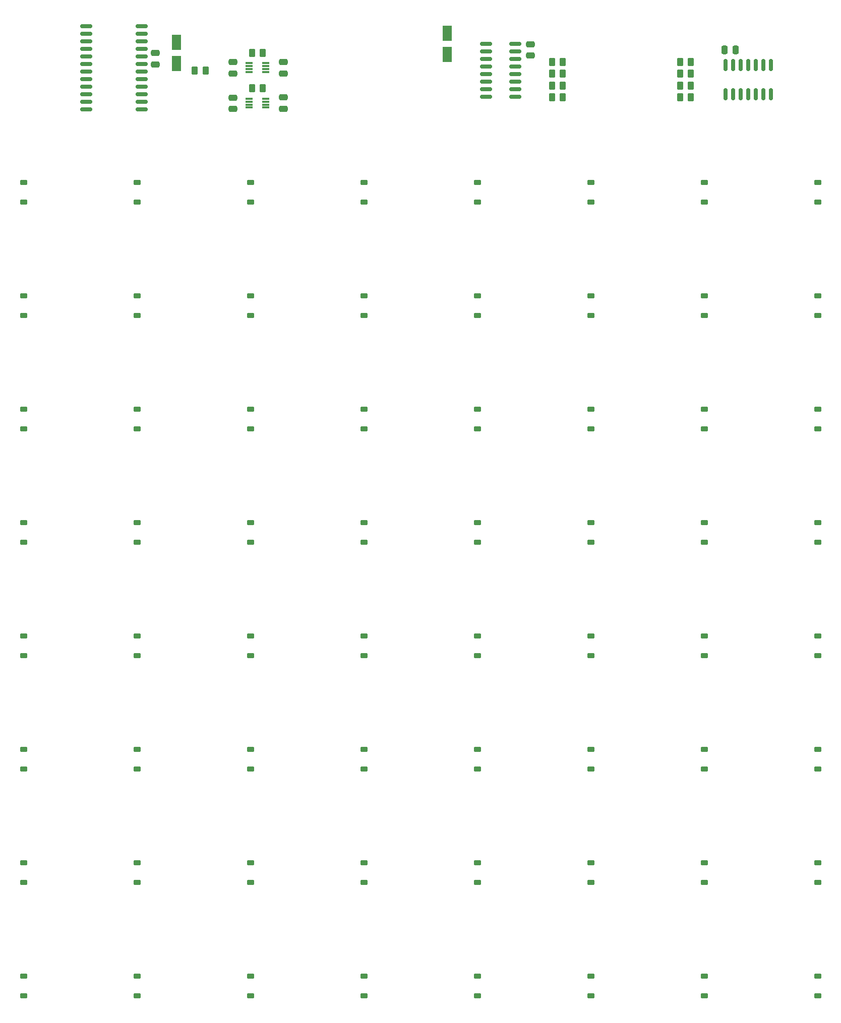
<source format=gtp>
%TF.GenerationSoftware,KiCad,Pcbnew,9.0.2*%
%TF.CreationDate,2025-06-29T11:42:18-07:00*%
%TF.ProjectId,Grid64_v3,47726964-3634-45f7-9633-2e6b69636164,rev?*%
%TF.SameCoordinates,Original*%
%TF.FileFunction,Paste,Top*%
%TF.FilePolarity,Positive*%
%FSLAX46Y46*%
G04 Gerber Fmt 4.6, Leading zero omitted, Abs format (unit mm)*
G04 Created by KiCad (PCBNEW 9.0.2) date 2025-06-29 11:42:18*
%MOMM*%
%LPD*%
G01*
G04 APERTURE LIST*
G04 Aperture macros list*
%AMRoundRect*
0 Rectangle with rounded corners*
0 $1 Rounding radius*
0 $2 $3 $4 $5 $6 $7 $8 $9 X,Y pos of 4 corners*
0 Add a 4 corners polygon primitive as box body*
4,1,4,$2,$3,$4,$5,$6,$7,$8,$9,$2,$3,0*
0 Add four circle primitives for the rounded corners*
1,1,$1+$1,$2,$3*
1,1,$1+$1,$4,$5*
1,1,$1+$1,$6,$7*
1,1,$1+$1,$8,$9*
0 Add four rect primitives between the rounded corners*
20,1,$1+$1,$2,$3,$4,$5,0*
20,1,$1+$1,$4,$5,$6,$7,0*
20,1,$1+$1,$6,$7,$8,$9,0*
20,1,$1+$1,$8,$9,$2,$3,0*%
G04 Aperture macros list end*
%ADD10RoundRect,0.225000X-0.375000X0.225000X-0.375000X-0.225000X0.375000X-0.225000X0.375000X0.225000X0*%
%ADD11RoundRect,0.250000X-0.262500X-0.450000X0.262500X-0.450000X0.262500X0.450000X-0.262500X0.450000X0*%
%ADD12RoundRect,0.250000X0.262500X0.450000X-0.262500X0.450000X-0.262500X-0.450000X0.262500X-0.450000X0*%
%ADD13RoundRect,0.250000X-0.475000X0.250000X-0.475000X-0.250000X0.475000X-0.250000X0.475000X0.250000X0*%
%ADD14RoundRect,0.087500X0.537500X0.087500X-0.537500X0.087500X-0.537500X-0.087500X0.537500X-0.087500X0*%
%ADD15RoundRect,0.250000X0.475000X-0.250000X0.475000X0.250000X-0.475000X0.250000X-0.475000X-0.250000X0*%
%ADD16RoundRect,0.250000X0.550000X-1.050000X0.550000X1.050000X-0.550000X1.050000X-0.550000X-1.050000X0*%
%ADD17RoundRect,0.150000X-0.875000X-0.150000X0.875000X-0.150000X0.875000X0.150000X-0.875000X0.150000X0*%
%ADD18RoundRect,0.150000X-0.825000X-0.150000X0.825000X-0.150000X0.825000X0.150000X-0.825000X0.150000X0*%
%ADD19RoundRect,0.150000X0.150000X-0.825000X0.150000X0.825000X-0.150000X0.825000X-0.150000X-0.825000X0*%
%ADD20RoundRect,0.250000X-0.250000X-0.475000X0.250000X-0.475000X0.250000X0.475000X-0.250000X0.475000X0*%
G04 APERTURE END LIST*
D10*
%TO.C,D47*%
X164623800Y-156671200D03*
X164623800Y-159971200D03*
%TD*%
%TO.C,D30*%
X145573800Y-118571200D03*
X145573800Y-121871200D03*
%TD*%
%TO.C,D3*%
X88423800Y-61421200D03*
X88423800Y-64721200D03*
%TD*%
%TO.C,D10*%
X69373800Y-80471200D03*
X69373800Y-83771200D03*
%TD*%
D11*
%TO.C,R2*%
X88661225Y-39615000D03*
X90486225Y-39615000D03*
%TD*%
D10*
%TO.C,D8*%
X183673800Y-61421200D03*
X183673800Y-64721200D03*
%TD*%
%TO.C,D28*%
X107473800Y-118571200D03*
X107473800Y-121871200D03*
%TD*%
%TO.C,D43*%
X88423800Y-156671200D03*
X88423800Y-159971200D03*
%TD*%
D12*
%TO.C,R7*%
X162386225Y-47115000D03*
X160561225Y-47115000D03*
%TD*%
D13*
%TO.C,C2*%
X85473725Y-47165000D03*
X85473725Y-49065000D03*
%TD*%
D10*
%TO.C,D58*%
X69373800Y-194771200D03*
X69373800Y-198071200D03*
%TD*%
D12*
%TO.C,R1*%
X80886225Y-42615000D03*
X79061225Y-42615000D03*
%TD*%
D14*
%TO.C,U3*%
X90973725Y-48815000D03*
X90973725Y-48315000D03*
X90973725Y-47815000D03*
X90973725Y-47315000D03*
X88173725Y-47315000D03*
X88173725Y-47815000D03*
X88173725Y-48315000D03*
X88173725Y-48815000D03*
%TD*%
D10*
%TO.C,D45*%
X126523800Y-156671200D03*
X126523800Y-159971200D03*
%TD*%
%TO.C,D5*%
X126523800Y-61421200D03*
X126523800Y-64721200D03*
%TD*%
D15*
%TO.C,C1*%
X93973725Y-47115000D03*
X93973725Y-49015000D03*
%TD*%
D10*
%TO.C,D36*%
X107473800Y-137621200D03*
X107473800Y-140921200D03*
%TD*%
%TO.C,D59*%
X88423800Y-194771200D03*
X88423800Y-198071200D03*
%TD*%
%TO.C,D18*%
X69373800Y-99521200D03*
X69373800Y-102821200D03*
%TD*%
%TO.C,D6*%
X145573800Y-61421200D03*
X145573800Y-64721200D03*
%TD*%
%TO.C,D27*%
X88423800Y-118571200D03*
X88423800Y-121871200D03*
%TD*%
D15*
%TO.C,C7*%
X85473725Y-43065000D03*
X85473725Y-41165000D03*
%TD*%
D10*
%TO.C,D51*%
X88423800Y-175721200D03*
X88423800Y-179021200D03*
%TD*%
%TO.C,D19*%
X88423800Y-99521200D03*
X88423800Y-102821200D03*
%TD*%
%TO.C,D42*%
X69373800Y-156671200D03*
X69373800Y-159971200D03*
%TD*%
%TO.C,D37*%
X126523800Y-137621200D03*
X126523800Y-140921200D03*
%TD*%
D12*
%TO.C,R5*%
X162386225Y-43115000D03*
X160561225Y-43115000D03*
%TD*%
D10*
%TO.C,D34*%
X69373800Y-137621200D03*
X69373800Y-140921200D03*
%TD*%
%TO.C,D50*%
X69373800Y-175721200D03*
X69373800Y-179021200D03*
%TD*%
%TO.C,D35*%
X88423800Y-137621200D03*
X88423800Y-140921200D03*
%TD*%
D16*
%TO.C,C9*%
X121473725Y-39915000D03*
X121473725Y-36315000D03*
%TD*%
D15*
%TO.C,C5*%
X72473725Y-41565000D03*
X72473725Y-39665000D03*
%TD*%
D10*
%TO.C,D21*%
X126523800Y-99521200D03*
X126523800Y-102821200D03*
%TD*%
D11*
%TO.C,R3*%
X88661225Y-45565000D03*
X90486225Y-45565000D03*
%TD*%
D10*
%TO.C,D44*%
X107473800Y-156671200D03*
X107473800Y-159971200D03*
%TD*%
%TO.C,D41*%
X50323800Y-156671200D03*
X50323800Y-159971200D03*
%TD*%
%TO.C,D54*%
X145573800Y-175721200D03*
X145573800Y-179021200D03*
%TD*%
D17*
%TO.C,LED1*%
X60823725Y-35130000D03*
X60823725Y-36400000D03*
X60823725Y-37670000D03*
X60823725Y-38940000D03*
X60823725Y-40210000D03*
X60823725Y-41480000D03*
X60823725Y-42750000D03*
X60823725Y-44020000D03*
X60823725Y-45290000D03*
X60823725Y-46560000D03*
X60823725Y-47830000D03*
X60823725Y-49100000D03*
X70123725Y-49100000D03*
X70123725Y-47830000D03*
X70123725Y-46560000D03*
X70123725Y-45290000D03*
X70123725Y-44020000D03*
X70123725Y-42750000D03*
X70123725Y-41480000D03*
X70123725Y-40210000D03*
X70123725Y-38940000D03*
X70123725Y-37670000D03*
X70123725Y-36400000D03*
X70123725Y-35130000D03*
%TD*%
D12*
%TO.C,R6*%
X162386225Y-45115000D03*
X160561225Y-45115000D03*
%TD*%
D10*
%TO.C,D57*%
X50323800Y-194771200D03*
X50323800Y-198071200D03*
%TD*%
%TO.C,D33*%
X50323800Y-137621200D03*
X50323800Y-140921200D03*
%TD*%
%TO.C,D62*%
X145573800Y-194771200D03*
X145573800Y-198071200D03*
%TD*%
%TO.C,D15*%
X164623800Y-80471200D03*
X164623800Y-83771200D03*
%TD*%
%TO.C,D7*%
X164623800Y-61421200D03*
X164623800Y-64721200D03*
%TD*%
D16*
%TO.C,C8*%
X75973725Y-41415000D03*
X75973725Y-37815000D03*
%TD*%
D10*
%TO.C,D56*%
X183673800Y-175721200D03*
X183673800Y-179021200D03*
%TD*%
D11*
%TO.C,R10*%
X139061225Y-45115000D03*
X140886225Y-45115000D03*
%TD*%
D10*
%TO.C,D4*%
X107473800Y-61421200D03*
X107473800Y-64721200D03*
%TD*%
%TO.C,D32*%
X183673800Y-118571200D03*
X183673800Y-121871200D03*
%TD*%
%TO.C,D29*%
X126523800Y-118571200D03*
X126523800Y-121871200D03*
%TD*%
D13*
%TO.C,C3*%
X135448725Y-38165000D03*
X135448725Y-40065000D03*
%TD*%
D10*
%TO.C,D9*%
X50323800Y-80471200D03*
X50323800Y-83771200D03*
%TD*%
%TO.C,D20*%
X107473800Y-99521200D03*
X107473800Y-102821200D03*
%TD*%
%TO.C,D25*%
X50323800Y-118571200D03*
X50323800Y-121871200D03*
%TD*%
D18*
%TO.C,PISO1*%
X127973725Y-38115000D03*
X127973725Y-39385000D03*
X127973725Y-40655000D03*
X127973725Y-41925000D03*
X127973725Y-43195000D03*
X127973725Y-44465000D03*
X127973725Y-45735000D03*
X127973725Y-47005000D03*
X132923725Y-47005000D03*
X132923725Y-45735000D03*
X132923725Y-44465000D03*
X132923725Y-43195000D03*
X132923725Y-41925000D03*
X132923725Y-40655000D03*
X132923725Y-39385000D03*
X132923725Y-38115000D03*
%TD*%
D15*
%TO.C,C6*%
X93973725Y-41165000D03*
X93973725Y-43065000D03*
%TD*%
D10*
%TO.C,D39*%
X164623800Y-137621200D03*
X164623800Y-140921200D03*
%TD*%
%TO.C,D22*%
X145573800Y-99521200D03*
X145573800Y-102821200D03*
%TD*%
%TO.C,D48*%
X183673800Y-156671200D03*
X183673800Y-159971200D03*
%TD*%
D12*
%TO.C,R4*%
X162386225Y-41115000D03*
X160561225Y-41115000D03*
%TD*%
D10*
%TO.C,D12*%
X107473800Y-80471200D03*
X107473800Y-83771200D03*
%TD*%
%TO.C,D40*%
X183673800Y-137621200D03*
X183673800Y-140921200D03*
%TD*%
%TO.C,D2*%
X69373800Y-61421200D03*
X69373800Y-64721200D03*
%TD*%
%TO.C,D53*%
X126523800Y-175721200D03*
X126523800Y-179021200D03*
%TD*%
D19*
%TO.C,SIPO1*%
X168163725Y-46590000D03*
X169433725Y-46590000D03*
X170703725Y-46590000D03*
X171973725Y-46590000D03*
X173243725Y-46590000D03*
X174513725Y-46590000D03*
X175783725Y-46590000D03*
X175783725Y-41640000D03*
X174513725Y-41640000D03*
X173243725Y-41640000D03*
X171973725Y-41640000D03*
X170703725Y-41640000D03*
X169433725Y-41640000D03*
X168163725Y-41640000D03*
%TD*%
D10*
%TO.C,D31*%
X164623800Y-118571200D03*
X164623800Y-121871200D03*
%TD*%
%TO.C,D14*%
X145573800Y-80471200D03*
X145573800Y-83771200D03*
%TD*%
D11*
%TO.C,R11*%
X139061225Y-47115000D03*
X140886225Y-47115000D03*
%TD*%
%TO.C,R8*%
X139061225Y-41115000D03*
X140886225Y-41115000D03*
%TD*%
D10*
%TO.C,D64*%
X183673800Y-194771200D03*
X183673800Y-198071200D03*
%TD*%
%TO.C,D60*%
X107473800Y-194771200D03*
X107473800Y-198071200D03*
%TD*%
%TO.C,D63*%
X164623800Y-194771200D03*
X164623800Y-198071200D03*
%TD*%
%TO.C,D17*%
X50323800Y-99521200D03*
X50323800Y-102821200D03*
%TD*%
%TO.C,D24*%
X183673800Y-99521200D03*
X183673800Y-102821200D03*
%TD*%
%TO.C,D61*%
X126523800Y-194771200D03*
X126523800Y-198071200D03*
%TD*%
D11*
%TO.C,R9*%
X139061225Y-43115000D03*
X140886225Y-43115000D03*
%TD*%
D10*
%TO.C,D26*%
X69373800Y-118571200D03*
X69373800Y-121871200D03*
%TD*%
%TO.C,D23*%
X164623800Y-99521200D03*
X164623800Y-102821200D03*
%TD*%
%TO.C,D46*%
X145573800Y-156671200D03*
X145573800Y-159971200D03*
%TD*%
%TO.C,D55*%
X164623800Y-175721200D03*
X164623800Y-179021200D03*
%TD*%
%TO.C,D49*%
X50323800Y-175721200D03*
X50323800Y-179021200D03*
%TD*%
%TO.C,D11*%
X88423800Y-80471200D03*
X88423800Y-83771200D03*
%TD*%
%TO.C,D13*%
X126523800Y-80471200D03*
X126523800Y-83771200D03*
%TD*%
%TO.C,D1*%
X50323800Y-61421200D03*
X50323800Y-64721200D03*
%TD*%
D14*
%TO.C,U2*%
X90973725Y-42865000D03*
X90973725Y-42365000D03*
X90973725Y-41865000D03*
X90973725Y-41365000D03*
X88173725Y-41365000D03*
X88173725Y-41865000D03*
X88173725Y-42365000D03*
X88173725Y-42865000D03*
%TD*%
D10*
%TO.C,D16*%
X183673800Y-80471200D03*
X183673800Y-83771200D03*
%TD*%
%TO.C,D52*%
X107473800Y-175721200D03*
X107473800Y-179021200D03*
%TD*%
D20*
%TO.C,C4*%
X168023725Y-39115000D03*
X169923725Y-39115000D03*
%TD*%
D10*
%TO.C,D38*%
X145573800Y-137621200D03*
X145573800Y-140921200D03*
%TD*%
M02*

</source>
